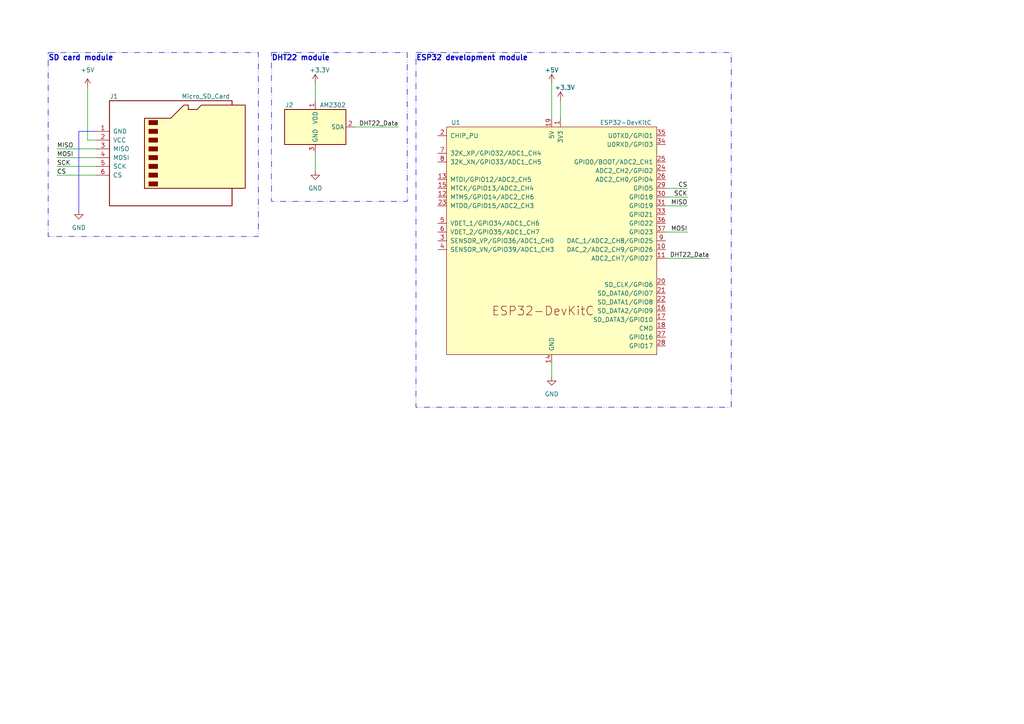
<source format=kicad_sch>
(kicad_sch (version 20230121) (generator eeschema)
  (paper "A4")
  (title_block (title "IoT-Temp-Humidity-Logger") (date "2025-02-25") (rev "0.1"))
  (lib_symbols
    (symbol "Connector:Micro_SD_Card" (pin_names (offset 1.016))
      (property "Reference" "J?" (at 0.635 19.05 0))
      (property "Value" "Micro_SD_Card" (at 0.635 16.51 0))
      (symbol "Micro_SD_Card_0_1"
        (rectangle (start -7.62 -9.525) (end -5.08 -10.795) (fill (type outline)))
        (rectangle (start -7.62 -6.985) (end -5.08 -8.255) (fill (type outline)))
        (rectangle (start -7.62 -4.445) (end -5.08 -5.715) (fill (type outline)))
        (rectangle (start -7.62 -1.905) (end -5.08 -3.175) (fill (type outline)))
        (rectangle (start -7.62 0.635) (end -5.08 -0.635) (fill (type outline)))
        (rectangle (start -7.62 3.175) (end -5.08 1.905) (fill (type outline)))
        (rectangle (start -7.62 5.715) (end -5.08 4.445) (fill (type outline)))
        (rectangle (start -7.62 8.255) (end -5.08 6.985) (fill (type outline)))
        (polyline (pts (xy 16.51 12.7) (xy 16.51 13.97) (xy -19.05 13.97) (xy -19.05 -16.51) (xy 16.51 -16.51) (xy 16.51 -11.43)) (stroke (width 0.254)))
        (polyline (pts (xy -8.89 -11.43) (xy -8.89 8.89) (xy -1.27 8.89) (xy 2.54 12.7) (xy 3.81 12.7) (xy 3.81 11.43) (xy 6.35 11.43) (xy 7.62 12.7) (xy 20.32 12.7) (xy 20.32 -11.43) (xy -8.89 -11.43)) (stroke (width 0.254)) (fill (type background)))
      )
      (symbol "Micro_SD_Card_1_1"
        (pin power_in line (at -22.86 5.08 0) (length 3.81) (name "GND") (number "1"))
        (pin power_in line (at -22.86 2.54 0) (length 3.81) (name "VCC") (number "2"))
        (pin input line (at -22.86 0 0) (length 3.81) (name "MISO") (number "3"))
        (pin output line (at -22.86 -2.54 0) (length 3.81) (name "MOSI") (number "4"))
        (pin input line (at -22.86 -5.08 0) (length 3.81) (name "SCK") (number "5"))
        (pin input line (at -22.86 -7.62 0) (length 3.81) (name "CS") (number "6"))
      )
    )
    (symbol "PCM_Espressif:ESP32-DevKitC" (pin_names (offset 1.016))
      (property "Reference" "U" (at -30.48 38.1 0))
      (property "Value" "ESP32-DevKitC" (at -30.48 35.56 0))
      (symbol "ESP32-DevKitC_0_0"
        (text "ESP32-DevKitC" (at -2.54 -20.32 0) (effects (font (size 2.54 2.54))))
        (pin power_in line (at 0 -35.56 90) (length 2.54) (name "GND") (number "14"))
        (pin power_in line (at 0 35.56 270) (length 2.54) (name "5V") (number "19"))
      )
      (symbol "ESP32-DevKitC_0_1"
        (rectangle (start -30.48 33.02) (end 30.48 -33.02) (fill (type background)))
      )
      (symbol "ESP32-DevKitC_1_1"
        (pin power_in line (at 2.54 35.56 270) (length 2.54) (name "3V3") (number "1"))
        (pin bidirectional line (at 33.02 -2.54 180) (length 2.54) (name "DAC_2/ADC2_CH9/GPIO26") (number "10"))
        (pin bidirectional line (at 33.02 -5.08 180) (length 2.54) (name "ADC2_CH7/GPIO27") (number "11"))
        (pin bidirectional line (at -33.02 12.7 0) (length 2.54) (name "MTMS/GPIO14/ADC2_CH6") (number "12"))
        (pin bidirectional line (at -33.02 17.78 0) (length 2.54) (name "MTDI/GPIO12/ADC2_CH5") (number "13"))
        (pin bidirectional line (at -33.02 15.24 0) (length 2.54) (name "MTCK/GPIO13/ADC2_CH4") (number "15"))
        (pin bidirectional line (at 33.02 -20.32 180) (length 2.54) (name "SD_DATA2/GPIO9") (number "16"))
        (pin bidirectional line (at 33.02 -22.86 180) (length 2.54) (name "SD_DATA3/GPIO10") (number "17"))
        (pin bidirectional line (at 33.02 -25.4 180) (length 2.54) (name "CMD") (number "18"))
        (pin input line (at -33.02 30.48 0) (length 2.54) (name "CHIP_PU") (number "2"))
        (pin bidirectional line (at 33.02 -12.7 180) (length 2.54) (name "SD_CLK/GPIO6") (number "20"))
        (pin bidirectional line (at 33.02 -15.24 180) (length 2.54) (name "SD_DATA0/GPIO7") (number "21"))
        (pin bidirectional line (at 33.02 -17.78 180) (length 2.54) (name "SD_DATA1/GPIO8") (number "22"))
        (pin bidirectional line (at -33.02 10.16 0) (length 2.54) (name "MTDO/GPIO15/ADC2_CH3") (number "23"))
        (pin bidirectional line (at 33.02 20.32 180) (length 2.54) (name "ADC2_CH2/GPIO2") (number "24"))
        (pin bidirectional line (at 33.02 22.86 180) (length 2.54) (name "GPIO0/BOOT/ADC2_CH1") (number "25"))
        (pin bidirectional line (at 33.02 17.78 180) (length 2.54) (name "ADC2_CH0/GPIO4") (number "26"))
        (pin bidirectional line (at 33.02 -27.94 180) (length 2.54) (name "GPIO16") (number "27"))
        (pin bidirectional line (at 33.02 -30.48 180) (length 2.54) (name "GPIO17") (number "28"))
        (pin bidirectional line (at 33.02 15.24 180) (length 2.54) (name "GPIO5") (number "29"))
        (pin input line (at -33.02 0 0) (length 2.54) (name "SENSOR_VP/GPIO36/ADC1_CH0") (number "3"))
        (pin bidirectional line (at 33.02 12.7 180) (length 2.54) (name "GPIO18") (number "30"))
        (pin bidirectional line (at 33.02 10.16 180) (length 2.54) (name "GPIO19") (number "31"))
        (pin passive line (at 0 -35.56 90) (length 2.54) hide (name "GND") (number "32"))
        (pin bidirectional line (at 33.02 7.62 180) (length 2.54) (name "GPIO21") (number "33"))
        (pin bidirectional line (at 33.02 27.94 180) (length 2.54) (name "U0RXD/GPIO3") (number "34"))
        (pin bidirectional line (at 33.02 30.48 180) (length 2.54) (name "U0TXD/GPIO1") (number "35"))
        (pin bidirectional line (at 33.02 5.08 180) (length 2.54) (name "GPIO22") (number "36"))
        (pin bidirectional line (at 33.02 2.54 180) (length 2.54) (name "GPIO23") (number "37"))
        (pin passive line (at 0 -35.56 90) (length 2.54) hide (name "GND") (number "38"))
        (pin input line (at -33.02 -2.54 0) (length 2.54) (name "SENSOR_VN/GPIO39/ADC1_CH3") (number "4"))
        (pin input line (at -33.02 5.08 0) (length 2.54) (name "VDET_1/GPIO34/ADC1_CH6") (number "5"))
        (pin input line (at -33.02 2.54 0) (length 2.54) (name "VDET_2/GPIO35/ADC1_CH7") (number "6"))
        (pin bidirectional line (at -33.02 25.4 0) (length 2.54) (name "32K_XP/GPIO32/ADC1_CH4") (number "7"))
        (pin bidirectional line (at -33.02 22.86 0) (length 2.54) (name "32K_XN/GPIO33/ADC1_CH5") (number "8"))
        (pin bidirectional line (at 33.02 0 180) (length 2.54) (name "DAC_1/ADC2_CH8/GPIO25") (number "9"))
      )
    )
    (symbol "Sensor:AM2302"
      (property "Reference" "J2" (at -10.16 6.35 0))
      (property "Value" "AM2302" (at 5.08 6.35 0))
      (symbol "AM2302_0_1"
        (rectangle (start -12.7 5.08) (end 5.08 -5.08) (stroke (width 0.254)) (fill (type background)))
      )
      (symbol "AM2302_1_1"
        (pin power_in line (at -3.81 7.62 270) (length 2.54) (name "VDD") (number "1"))
        (pin bidirectional line (at 7.62 0 180) (length 2.54) (name "SDA") (number "2"))
        (pin power_in line (at -3.81 -7.62 90) (length 2.54) (name "GND") (number "3"))
      )
    )
    (symbol "power:+3.3V" (power) (pin_names (offset 0))
      (property "Value" "+3.3V" (at 0 3.556 0))
      (symbol "+3.3V_0_1"
        (polyline (pts (xy -0.762 1.27) (xy 0 2.54)))
        (polyline (pts (xy 0 0) (xy 0 2.54)))
        (polyline (pts (xy 0 2.54) (xy 0.762 1.27)))
      )
      (symbol "+3.3V_1_1"
        (pin power_in line (at 0 0 90) (length 0) hide (name "+3.3V") (number "1"))
      )
    )
    (symbol "power:+5V" (power) (pin_names (offset 0))
      (property "Value" "+5V" (at 0 3.556 0))
      (symbol "+5V_0_1"
        (polyline (pts (xy -0.762 1.27) (xy 0 2.54)))
        (polyline (pts (xy 0 0) (xy 0 2.54)))
        (polyline (pts (xy 0 2.54) (xy 0.762 1.27)))
      )
      (symbol "+5V_1_1"
        (pin power_in line (at 0 0 90) (length 0) hide (name "+5V") (number "1"))
      )
    )
    (symbol "power:GND" (power) (pin_names (offset 0))
      (property "Value" "GND" (at 0 -3.81 0))
      (symbol "GND_0_1"
        (polyline (pts (xy 0 0) (xy 0 -1.27) (xy 1.27 -1.27) (xy 0 -2.54) (xy -1.27 -1.27) (xy 0 -1.27)))
      )
      (symbol "GND_1_1"
        (pin power_in line (at 0 0 270) (length 0) hide (name "GND") (number "1"))
      )
    )
  )
  (wire (pts (xy 16.51 45.72) (xy 27.94 45.72)))
  (wire (pts (xy 102.87 36.83) (xy 115.57 36.83)))
  (wire (pts (xy 193.04 59.69) (xy 199.39 59.69)))
  (wire (pts (xy 16.51 50.8) (xy 27.94 50.8)))
  (wire (pts (xy 16.51 48.26) (xy 27.94 48.26)))
  (wire (pts (xy 193.04 54.61) (xy 199.39 54.61)))
  (wire (pts (xy 193.04 67.31) (xy 199.39 67.31)))
  (wire (pts (xy 160.02 105.41) (xy 160.02 109.22)))
  (wire (pts (xy 91.44 44.45) (xy 91.44 49.53)))
  (wire (pts (xy 22.86 38.1) (xy 22.86 60.96)) (stroke (width 0) (color 4 0 255 1)))
  (wire (pts (xy 193.04 57.15) (xy 199.39 57.15)))
  (wire (pts (xy 162.56 29.21) (xy 162.56 34.29)))
  (wire (pts (xy 25.4 40.64) (xy 25.4 25.4)))
  (wire (pts (xy 16.51 43.18) (xy 27.94 43.18)))
  (wire (pts (xy 193.04 74.93) (xy 205.74 74.93)))
  (wire (pts (xy 27.94 38.1) (xy 22.86 38.1)) (stroke (width 0) (color 4 0 255 1)))
  (wire (pts (xy 160.02 24.13) (xy 160.02 34.29)))
  (wire (pts (xy 91.44 24.13) (xy 91.44 29.21)))
  (wire (pts (xy 27.94 40.64) (xy 25.4 40.64)))
  (rectangle (start 13.97 15.24) (end 74.93 68.58) (stroke (width 0) (type dash_dot_dot)))
  (rectangle (start 78.74 15.24) (end 118.11 58.42) (stroke (width 0) (type dash_dot_dot)))
  (rectangle (start 120.65 15.24) (end 212.09 118.11) (stroke (width 0) (type dash_dot_dot)))
  (text "ESP32 development module" (at 120.65 17.78 0) (effects (font (size 1.524 1.524) bold) (justify left bottom)))
  (text "DHT22 module" (at 78.74 17.78 0) (effects (font (size 1.524 1.524) (thickness 0.3048) bold) (justify left bottom)))
  (text "SD card module" (at 13.97 17.78 0) (effects (font (size 1.524 1.524) (thickness 0.3048) bold) (justify left bottom)))
  (label "SCK" (at 16.51 48.26 0))
  (label "MOSI" (at 199.39 67.31 180))
  (label "MISO" (at 16.51 43.18 0))
  (label "MOSI" (at 16.51 45.72 0))
  (label "SCK" (at 199.39 57.15 180))
  (label "CS" (at 16.51 50.8 0))
  (label "MISO" (at 199.39 59.69 180))
  (label "DHT22_Data" (at 205.74 74.93 180))
  (label "CS" (at 199.39 54.61 180))
  (label "DHT22_Data" (at 115.57 36.83 180))
  (symbol (lib_id "power:+5V") (at 160.02 24.13 0) (unit 1)
    (property "Reference" "#PWR04" (effects hide))
    (property "Value" "+5V" (at 160.02 20.32 0))
  )
  (symbol (lib_id "PCM_Espressif:ESP32-DevKitC") (at 160.02 69.85 0) (unit 1)
    (property "Reference" "U1" (at 130.81 35.56 0) (effects (justify left)))
    (property "Value" "ESP32-DevKitC" (at 173.99 35.56 0) (effects (justify left)))
    (property "Footprint" "PCM_Espressif:ESP32-DevKitC" (effects hide))
    (property "Datasheet" "https://docs.espressif.com/projects/esp-idf/zh_CN/latest/esp32/hw-reference/esp32/get-started-devkitc.html" (effects hide))
  )
  (symbol (lib_id "power:+5V") (at 25.4 25.4 0) (unit 1)
    (property "Reference" "#PWR02" (effects hide))
    (property "Value" "+5V" (at 25.4 20.32 0))
  )
  (symbol (lib_id "Sensor:AM2302") (at 95.25 36.83 0) (unit 1)
    (property "Reference" "J2" (at 85.09 30.48 0) (effects (justify right)))
    (property "Value" "AM2302" (at 100.33 30.48 0) (effects (justify right)))
    (property "Footprint" "Sensor:ASAIR_AM2302_P2.54mm_Lead2.75mm_TabDown" (effects hide))
    (property "Datasheet" "http://akizukidenshi.com/download/ds/aosong/AM2302.pdf" (effects hide))
  )
  (symbol (lib_id "power:GND") (at 91.44 49.53 0) (unit 1)
    (property "Reference" "#PWR06" (effects hide))
    (property "Value" "GND" (at 91.44 54.61 0))
  )
  (symbol (lib_id "Connector:Micro_SD_Card") (at 50.8 43.18 0) (unit 1)
    (property "Reference" "J1" (at 33.02 27.94 0))
    (property "Value" "Micro_SD_Card" (at 59.69 27.94 0))
    (property "Footprint" "Connector_Card:microSD_HC_Molex_47219-2001" (effects hide))
    (property "Datasheet" "http://katalog.we-online.de/em/datasheet/693072010801.pdf" (effects hide))
  )
  (symbol (lib_id "power:+3.3V") (at 162.56 29.21 0) (unit 1)
    (property "Reference" "#PWR01" (effects hide))
    (property "Value" "+3.3V" (at 163.83 25.4 0))
  )
  (symbol (lib_id "power:+3.3V") (at 91.44 24.13 0) (unit 1)
    (property "Reference" "#PWR07" (effects hide))
    (property "Value" "+3.3V" (at 92.71 20.32 0))
  )
  (symbol (lib_id "power:GND") (at 160.02 109.22 0) (unit 1)
    (property "Reference" "#PWR03" (effects hide))
    (property "Value" "GND" (at 160.02 114.3 0))
  )
  (symbol (lib_id "power:GND") (at 22.86 60.96 0) (unit 1)
    (property "Reference" "#PWR05" (effects hide))
    (property "Value" "GND" (at 22.86 66.04 0))
  )
)
</source>
